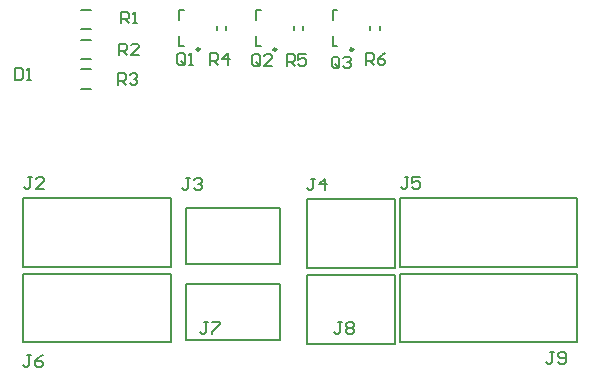
<source format=gto>
%FSLAX25Y25*%
%MOIN*%
G70*
G01*
G75*
G04 Layer_Color=65535*
%ADD10C,0.01181*%
%ADD11C,0.02362*%
%ADD12C,0.01575*%
%ADD13C,0.03150*%
%ADD14R,0.05512X0.02362*%
%ADD15R,0.05906X0.07087*%
%ADD16R,0.03937X0.03937*%
%ADD17C,0.03937*%
%ADD18C,0.06102*%
%ADD19R,0.06102X0.06102*%
%ADD20C,0.11811*%
%ADD21C,0.04528*%
%ADD22R,0.04528X0.04528*%
%ADD23C,0.05118*%
%ADD24R,0.05118X0.05118*%
%ADD25C,0.02756*%
%ADD26R,0.02362X0.05512*%
%ADD27R,0.03937X0.03937*%
%ADD28C,0.00984*%
%ADD29C,0.00787*%
%ADD30C,0.00591*%
D28*
X94587Y127559D02*
G03*
X94587Y127559I-492J0D01*
G01*
X120177Y127559D02*
G03*
X120177Y127559I-492J0D01*
G01*
X68996Y127559D02*
G03*
X68996Y127559I-492J0D01*
G01*
D29*
X87795Y140551D02*
X89370D01*
X87795Y137402D02*
Y140551D01*
Y128740D02*
X89370D01*
X87795D02*
Y131890D01*
X113386Y140551D02*
X114961D01*
X113386Y137402D02*
Y140551D01*
Y128740D02*
X114961D01*
X113386D02*
Y131890D01*
X62205Y128740D02*
X63779D01*
X62205D02*
Y131890D01*
Y140551D02*
X63779D01*
X62205Y137402D02*
Y140551D01*
X29402Y140602D02*
X32802D01*
X29402Y134202D02*
X32802D01*
X29402Y130759D02*
X32802D01*
X29402Y124359D02*
X32802D01*
X29402Y120916D02*
X32802D01*
X29402Y114516D02*
X32802D01*
X104724Y29528D02*
X134252D01*
Y52362D01*
X104724D02*
X134252D01*
X104724Y29528D02*
Y52362D01*
X10236Y29921D02*
Y52756D01*
X59449D01*
Y29921D02*
Y52756D01*
X10236Y29921D02*
X59449D01*
X135827D02*
X194882D01*
Y52756D01*
X135827D02*
X194882D01*
X135827Y29921D02*
Y52756D01*
Y55118D02*
X194882D01*
Y77953D01*
X135827D02*
X194882D01*
X135827Y55118D02*
Y77953D01*
X104724Y54724D02*
X134252D01*
Y77559D01*
X104724D02*
X134252D01*
X104724Y54724D02*
Y77559D01*
X10236Y55118D02*
Y77953D01*
X59449D01*
Y55118D02*
Y77953D01*
X10236Y55118D02*
X59449D01*
X129159Y133946D02*
Y135346D01*
X125959Y133946D02*
Y135346D01*
X103568Y133946D02*
Y135346D01*
X100368Y133946D02*
Y135346D01*
X77978Y133946D02*
Y135346D01*
X74778Y133946D02*
Y135346D01*
X64567Y55905D02*
X95866D01*
Y74606D01*
X64567D02*
X95866D01*
X64567Y55905D02*
Y74606D01*
Y30709D02*
X95866D01*
Y49409D01*
X64567D02*
X95866D01*
X64567Y30709D02*
Y49409D01*
D30*
X7480Y121259D02*
Y117323D01*
X9448D01*
X10104Y117979D01*
Y120603D01*
X9448Y121259D01*
X7480D01*
X11416Y117323D02*
X12728D01*
X12072D01*
Y121259D01*
X11416Y120603D01*
X72441Y122441D02*
Y126377D01*
X74409D01*
X75065Y125721D01*
Y124409D01*
X74409Y123753D01*
X72441D01*
X73753D02*
X75065Y122441D01*
X78345D02*
Y126377D01*
X76377Y124409D01*
X79001D01*
X42913Y136221D02*
Y140156D01*
X44881D01*
X45537Y139500D01*
Y138188D01*
X44881Y137532D01*
X42913D01*
X44225D02*
X45537Y136221D01*
X46849D02*
X48161D01*
X47505D01*
Y140156D01*
X46849Y139500D01*
X64041Y123097D02*
Y125721D01*
X63385Y126377D01*
X62073D01*
X61417Y125721D01*
Y123097D01*
X62073Y122441D01*
X63385D01*
X62729Y123753D02*
X64041Y122441D01*
X63385D02*
X64041Y123097D01*
X65353Y122441D02*
X66665D01*
X66009D01*
Y126377D01*
X65353Y125721D01*
X187269Y26770D02*
X185958D01*
X186614D01*
Y23491D01*
X185958Y22835D01*
X185302D01*
X184646Y23491D01*
X188581D02*
X189237Y22835D01*
X190549D01*
X191205Y23491D01*
Y26114D01*
X190549Y26770D01*
X189237D01*
X188581Y26114D01*
Y25458D01*
X189237Y24803D01*
X191205D01*
X116403Y36613D02*
X115091D01*
X115747D01*
Y33333D01*
X115091Y32677D01*
X114436D01*
X113779Y33333D01*
X117715Y35957D02*
X118371Y36613D01*
X119683D01*
X120339Y35957D01*
Y35301D01*
X119683Y34645D01*
X120339Y33989D01*
Y33333D01*
X119683Y32677D01*
X118371D01*
X117715Y33333D01*
Y33989D01*
X118371Y34645D01*
X117715Y35301D01*
Y35957D01*
X118371Y34645D02*
X119683D01*
X71915Y36613D02*
X70603D01*
X71259D01*
Y33333D01*
X70603Y32677D01*
X69947D01*
X69291Y33333D01*
X73227Y36613D02*
X75851D01*
Y35957D01*
X73227Y33333D01*
Y32677D01*
X12860Y25589D02*
X11548D01*
X12204D01*
Y22309D01*
X11548Y21654D01*
X10892D01*
X10236Y22309D01*
X16796Y25589D02*
X15484Y24933D01*
X14172Y23621D01*
Y22309D01*
X14828Y21654D01*
X16140D01*
X16796Y22309D01*
Y22965D01*
X16140Y23621D01*
X14172D01*
X138644Y84901D02*
X137332D01*
X137988D01*
Y81621D01*
X137332Y80965D01*
X136676D01*
X136021Y81621D01*
X142580Y84901D02*
X139956D01*
Y82933D01*
X141268Y83589D01*
X141924D01*
X142580Y82933D01*
Y81621D01*
X141924Y80965D01*
X140612D01*
X139956Y81621D01*
X107544Y84501D02*
X106232D01*
X106888D01*
Y81221D01*
X106232Y80565D01*
X105576D01*
X104920Y81221D01*
X110824Y80565D02*
Y84501D01*
X108856Y82533D01*
X111480D01*
X65744Y84801D02*
X64432D01*
X65088D01*
Y81521D01*
X64432Y80865D01*
X63776D01*
X63121Y81521D01*
X67056Y84145D02*
X67712Y84801D01*
X69024D01*
X69680Y84145D01*
Y83489D01*
X69024Y82833D01*
X68368D01*
X69024D01*
X69680Y82177D01*
Y81521D01*
X69024Y80865D01*
X67712D01*
X67056Y81521D01*
X13044Y84901D02*
X11732D01*
X12388D01*
Y81621D01*
X11732Y80965D01*
X11076D01*
X10420Y81621D01*
X16980Y80965D02*
X14356D01*
X16980Y83589D01*
Y84245D01*
X16324Y84901D01*
X15012D01*
X14356Y84245D01*
X89238Y122703D02*
Y125327D01*
X88582Y125983D01*
X87270D01*
X86614Y125327D01*
Y122703D01*
X87270Y122047D01*
X88582D01*
X87926Y123359D02*
X89238Y122047D01*
X88582D02*
X89238Y122703D01*
X93174Y122047D02*
X90550D01*
X93174Y124671D01*
Y125327D01*
X92518Y125983D01*
X91206D01*
X90550Y125327D01*
X115616Y121916D02*
Y124540D01*
X114960Y125196D01*
X113648D01*
X112992Y124540D01*
Y121916D01*
X113648Y121260D01*
X114960D01*
X114304Y122572D02*
X115616Y121260D01*
X114960D02*
X115616Y121916D01*
X116928Y124540D02*
X117584Y125196D01*
X118896D01*
X119552Y124540D01*
Y123884D01*
X118896Y123228D01*
X118240D01*
X118896D01*
X119552Y122572D01*
Y121916D01*
X118896Y121260D01*
X117584D01*
X116928Y121916D01*
X42126Y125591D02*
Y129526D01*
X44094D01*
X44750Y128870D01*
Y127558D01*
X44094Y126902D01*
X42126D01*
X43438D02*
X44750Y125591D01*
X48686D02*
X46062D01*
X48686Y128214D01*
Y128870D01*
X48030Y129526D01*
X46718D01*
X46062Y128870D01*
X41732Y115748D02*
Y119684D01*
X43700D01*
X44356Y119028D01*
Y117716D01*
X43700Y117060D01*
X41732D01*
X43044D02*
X44356Y115748D01*
X45668Y119028D02*
X46324Y119684D01*
X47636D01*
X48292Y119028D01*
Y118372D01*
X47636Y117716D01*
X46980D01*
X47636D01*
X48292Y117060D01*
Y116404D01*
X47636Y115748D01*
X46324D01*
X45668Y116404D01*
X98032Y122047D02*
Y125983D01*
X99999D01*
X100655Y125327D01*
Y124015D01*
X99999Y123359D01*
X98032D01*
X99343D02*
X100655Y122047D01*
X104591Y125983D02*
X101967D01*
Y124015D01*
X103279Y124671D01*
X103935D01*
X104591Y124015D01*
Y122703D01*
X103935Y122047D01*
X102623D01*
X101967Y122703D01*
X124409Y122441D02*
Y126377D01*
X126377D01*
X127033Y125721D01*
Y124409D01*
X126377Y123753D01*
X124409D01*
X125721D02*
X127033Y122441D01*
X130969Y126377D02*
X129657Y125721D01*
X128345Y124409D01*
Y123097D01*
X129001Y122441D01*
X130313D01*
X130969Y123097D01*
Y123753D01*
X130313Y124409D01*
X128345D01*
M02*

</source>
